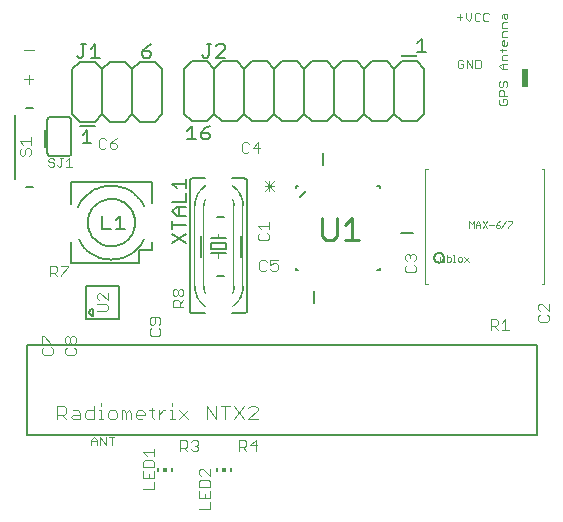
<source format=gto>
G75*
G70*
%OFA0B0*%
%FSLAX24Y24*%
%IPPOS*%
%LPD*%
%AMOC8*
5,1,8,0,0,1.08239X$1,22.5*
%
%ADD10R,0.0579X0.0065*%
%ADD11C,0.0040*%
%ADD12C,0.0060*%
%ADD13C,0.0020*%
%ADD14C,0.0030*%
%ADD15C,0.0090*%
%ADD16C,0.0001*%
%ADD17C,0.0080*%
%ADD18C,0.0050*%
%ADD19R,0.0059X0.0118*%
%ADD20R,0.0118X0.0118*%
%ADD21C,0.0039*%
%ADD22R,0.0236X0.0591*%
D10*
X013870Y015403D03*
D11*
X015488Y015238D02*
X015488Y015052D01*
X015534Y015005D01*
X015628Y015005D01*
X015674Y015052D01*
X015674Y015145D01*
X015581Y015145D01*
X015674Y015238D02*
X015628Y015285D01*
X015534Y015285D01*
X015488Y015238D01*
X015782Y015285D02*
X015782Y015005D01*
X015969Y015005D02*
X015969Y015285D01*
X016077Y015285D02*
X016217Y015285D01*
X016264Y015238D01*
X016264Y015052D01*
X016217Y015005D01*
X016077Y015005D01*
X016077Y015285D01*
X015782Y015285D02*
X015969Y015005D01*
X016852Y015069D02*
X016946Y014976D01*
X017133Y014976D01*
X016992Y014976D02*
X016992Y015162D01*
X016946Y015162D02*
X017133Y015162D01*
X017133Y015270D02*
X016946Y015270D01*
X016946Y015410D01*
X016992Y015457D01*
X017133Y015457D01*
X017086Y015612D02*
X016899Y015612D01*
X016946Y015658D02*
X016946Y015565D01*
X017086Y015612D02*
X017133Y015658D01*
X017086Y015761D02*
X016992Y015761D01*
X016946Y015808D01*
X016946Y015901D01*
X016992Y015948D01*
X017039Y015948D01*
X017039Y015761D01*
X017086Y015761D02*
X017133Y015808D01*
X017133Y015901D01*
X017133Y016056D02*
X016946Y016056D01*
X016946Y016196D01*
X016992Y016243D01*
X017133Y016243D01*
X017133Y016351D02*
X016946Y016351D01*
X016946Y016491D01*
X016992Y016537D01*
X017133Y016537D01*
X017086Y016645D02*
X017039Y016692D01*
X017039Y016832D01*
X016992Y016832D02*
X017133Y016832D01*
X017133Y016692D01*
X017086Y016645D01*
X016946Y016692D02*
X016946Y016785D01*
X016992Y016832D01*
X016529Y016813D02*
X016482Y016860D01*
X016389Y016860D01*
X016342Y016813D01*
X016342Y016626D01*
X016389Y016580D01*
X016482Y016580D01*
X016529Y016626D01*
X016234Y016626D02*
X016188Y016580D01*
X016094Y016580D01*
X016047Y016626D01*
X016047Y016813D01*
X016094Y016860D01*
X016188Y016860D01*
X016234Y016813D01*
X015940Y016860D02*
X015940Y016673D01*
X015846Y016580D01*
X015753Y016673D01*
X015753Y016860D01*
X015645Y016720D02*
X015458Y016720D01*
X015552Y016813D02*
X015552Y016626D01*
X016946Y015162D02*
X016852Y015069D01*
X016899Y014573D02*
X016852Y014526D01*
X016852Y014433D01*
X016899Y014386D01*
X016946Y014386D01*
X016992Y014433D01*
X016992Y014526D01*
X017039Y014573D01*
X017086Y014573D01*
X017133Y014526D01*
X017133Y014433D01*
X017086Y014386D01*
X016992Y014278D02*
X017039Y014232D01*
X017039Y014092D01*
X017133Y014092D02*
X016852Y014092D01*
X016852Y014232D01*
X016899Y014278D01*
X016992Y014278D01*
X016992Y013984D02*
X016992Y013890D01*
X016992Y013984D02*
X017086Y013984D01*
X017133Y013937D01*
X017133Y013844D01*
X017086Y013797D01*
X016899Y013797D01*
X016852Y013844D01*
X016852Y013937D01*
X016899Y013984D01*
X014029Y008817D02*
X013968Y008817D01*
X013908Y008757D01*
X013908Y008697D01*
X013908Y008757D02*
X013848Y008817D01*
X013788Y008817D01*
X013728Y008757D01*
X013728Y008637D01*
X013788Y008577D01*
X013788Y008449D02*
X013728Y008389D01*
X013728Y008268D01*
X013788Y008208D01*
X014029Y008208D01*
X014089Y008268D01*
X014089Y008389D01*
X014029Y008449D01*
X014029Y008577D02*
X014089Y008637D01*
X014089Y008757D01*
X014029Y008817D01*
X016587Y006654D02*
X016767Y006654D01*
X016827Y006594D01*
X016827Y006474D01*
X016767Y006414D01*
X016587Y006414D01*
X016707Y006414D02*
X016827Y006294D01*
X016955Y006294D02*
X017195Y006294D01*
X017075Y006294D02*
X017075Y006654D01*
X016955Y006534D01*
X016587Y006654D02*
X016587Y006294D01*
X018167Y006616D02*
X018227Y006556D01*
X018467Y006556D01*
X018527Y006616D01*
X018527Y006736D01*
X018467Y006796D01*
X018527Y006924D02*
X018287Y007165D01*
X018227Y007165D01*
X018167Y007105D01*
X018167Y006984D01*
X018227Y006924D01*
X018227Y006796D02*
X018167Y006736D01*
X018167Y006616D01*
X018527Y006924D02*
X018527Y007165D01*
X009482Y008324D02*
X009422Y008263D01*
X009302Y008263D01*
X009242Y008324D01*
X009242Y008444D02*
X009362Y008504D01*
X009422Y008504D01*
X009482Y008444D01*
X009482Y008324D01*
X009242Y008444D02*
X009242Y008624D01*
X009482Y008624D01*
X009114Y008564D02*
X009054Y008624D01*
X008933Y008624D01*
X008873Y008564D01*
X008873Y008324D01*
X008933Y008263D01*
X009054Y008263D01*
X009114Y008324D01*
X009124Y009275D02*
X008884Y009275D01*
X008823Y009335D01*
X008823Y009455D01*
X008884Y009515D01*
X008944Y009643D02*
X008823Y009763D01*
X009184Y009763D01*
X009184Y009643D02*
X009184Y009883D01*
X009124Y009515D02*
X009184Y009455D01*
X009184Y009335D01*
X009124Y009275D01*
X006343Y007592D02*
X006343Y007472D01*
X006283Y007412D01*
X006222Y007412D01*
X006162Y007472D01*
X006162Y007592D01*
X006222Y007652D01*
X006283Y007652D01*
X006343Y007592D01*
X006162Y007592D02*
X006102Y007652D01*
X006042Y007652D01*
X005982Y007592D01*
X005982Y007472D01*
X006042Y007412D01*
X006102Y007412D01*
X006162Y007472D01*
X006162Y007283D02*
X006042Y007283D01*
X005982Y007223D01*
X005982Y007043D01*
X006343Y007043D01*
X006222Y007043D02*
X006222Y007223D01*
X006162Y007283D01*
X006222Y007163D02*
X006343Y007283D01*
X005576Y006647D02*
X005516Y006707D01*
X005276Y006707D01*
X005216Y006647D01*
X005216Y006527D01*
X005276Y006467D01*
X005336Y006467D01*
X005396Y006527D01*
X005396Y006707D01*
X005576Y006647D02*
X005576Y006527D01*
X005516Y006467D01*
X005516Y006339D02*
X005576Y006278D01*
X005576Y006158D01*
X005516Y006098D01*
X005276Y006098D01*
X005216Y006158D01*
X005216Y006278D01*
X005276Y006339D01*
X003815Y006972D02*
X003815Y007092D01*
X003755Y007152D01*
X003455Y007152D01*
X003515Y007280D02*
X003455Y007340D01*
X003455Y007460D01*
X003515Y007520D01*
X003575Y007520D01*
X003815Y007280D01*
X003815Y007520D01*
X003815Y006972D02*
X003755Y006912D01*
X003455Y006912D01*
X002686Y006070D02*
X002626Y006070D01*
X002566Y006010D01*
X002566Y005890D01*
X002506Y005830D01*
X002446Y005830D01*
X002386Y005890D01*
X002386Y006010D01*
X002446Y006070D01*
X002506Y006070D01*
X002566Y006010D01*
X002566Y005890D02*
X002626Y005830D01*
X002686Y005830D01*
X002746Y005890D01*
X002746Y006010D01*
X002686Y006070D01*
X002686Y005701D02*
X002746Y005641D01*
X002746Y005521D01*
X002686Y005461D01*
X002446Y005461D01*
X002386Y005521D01*
X002386Y005641D01*
X002446Y005701D01*
X001992Y005646D02*
X001992Y005526D01*
X001932Y005466D01*
X001692Y005466D01*
X001632Y005526D01*
X001632Y005646D01*
X001692Y005706D01*
X001632Y005834D02*
X001632Y006074D01*
X001692Y006074D01*
X001932Y005834D01*
X001992Y005834D01*
X001932Y005706D02*
X001992Y005646D01*
X002137Y003765D02*
X002367Y003765D01*
X002444Y003689D01*
X002444Y003535D01*
X002367Y003458D01*
X002137Y003458D01*
X002137Y003305D02*
X002137Y003765D01*
X002291Y003458D02*
X002444Y003305D01*
X002598Y003382D02*
X002674Y003458D01*
X002904Y003458D01*
X002904Y003535D02*
X002828Y003612D01*
X002674Y003612D01*
X002598Y003382D02*
X002674Y003305D01*
X002904Y003305D01*
X002904Y003535D01*
X003058Y003535D02*
X003058Y003382D01*
X003135Y003305D01*
X003365Y003305D01*
X003365Y003765D01*
X003365Y003612D02*
X003135Y003612D01*
X003058Y003535D01*
X003518Y003612D02*
X003595Y003612D01*
X003595Y003305D01*
X003518Y003305D02*
X003672Y003305D01*
X003825Y003382D02*
X003902Y003305D01*
X004055Y003305D01*
X004132Y003382D01*
X004132Y003535D01*
X004055Y003612D01*
X003902Y003612D01*
X003825Y003535D01*
X003825Y003382D01*
X003595Y003765D02*
X003595Y003842D01*
X004286Y003612D02*
X004286Y003305D01*
X004439Y003305D02*
X004439Y003535D01*
X004516Y003612D01*
X004593Y003535D01*
X004593Y003305D01*
X004746Y003382D02*
X004746Y003535D01*
X004823Y003612D01*
X004976Y003612D01*
X005053Y003535D01*
X005053Y003458D01*
X004746Y003458D01*
X004746Y003382D02*
X004823Y003305D01*
X004976Y003305D01*
X005283Y003382D02*
X005360Y003305D01*
X005283Y003382D02*
X005283Y003689D01*
X005206Y003612D02*
X005360Y003612D01*
X005513Y003612D02*
X005513Y003305D01*
X005513Y003458D02*
X005667Y003612D01*
X005744Y003612D01*
X005897Y003612D02*
X005974Y003612D01*
X005974Y003305D01*
X006050Y003305D02*
X005897Y003305D01*
X006204Y003305D02*
X006511Y003612D01*
X006204Y003612D02*
X006511Y003305D01*
X007125Y003305D02*
X007125Y003765D01*
X007432Y003305D01*
X007432Y003765D01*
X007585Y003765D02*
X007892Y003765D01*
X007739Y003765D02*
X007739Y003305D01*
X008045Y003305D02*
X008352Y003765D01*
X008506Y003689D02*
X008583Y003765D01*
X008736Y003765D01*
X008813Y003689D01*
X008813Y003612D01*
X008506Y003305D01*
X008813Y003305D01*
X008352Y003305D02*
X008045Y003765D01*
X008199Y002627D02*
X008379Y002627D01*
X008439Y002567D01*
X008439Y002447D01*
X008379Y002387D01*
X008199Y002387D01*
X008319Y002387D02*
X008439Y002266D01*
X008567Y002447D02*
X008807Y002447D01*
X008747Y002627D02*
X008747Y002266D01*
X008567Y002447D02*
X008747Y002627D01*
X008199Y002627D02*
X008199Y002266D01*
X007228Y001665D02*
X007228Y001425D01*
X006988Y001665D01*
X006928Y001665D01*
X006868Y001605D01*
X006868Y001485D01*
X006928Y001425D01*
X006928Y001297D02*
X006868Y001237D01*
X006868Y001057D01*
X007228Y001057D01*
X007228Y001237D01*
X007168Y001297D01*
X006928Y001297D01*
X006868Y000929D02*
X006868Y000688D01*
X007228Y000688D01*
X007228Y000929D01*
X007048Y000808D02*
X007048Y000688D01*
X007228Y000560D02*
X007228Y000320D01*
X006868Y000320D01*
X005368Y000981D02*
X005368Y001221D01*
X005368Y001349D02*
X005368Y001590D01*
X005368Y001718D02*
X005368Y001898D01*
X005308Y001958D01*
X005068Y001958D01*
X005008Y001898D01*
X005008Y001718D01*
X005368Y001718D01*
X005188Y001470D02*
X005188Y001349D01*
X005008Y001349D02*
X005368Y001349D01*
X005008Y001349D02*
X005008Y001590D01*
X005128Y002086D02*
X005008Y002206D01*
X005368Y002206D01*
X005368Y002086D02*
X005368Y002326D01*
X006237Y002368D02*
X006417Y002368D01*
X006477Y002428D01*
X006477Y002548D01*
X006417Y002608D01*
X006237Y002608D01*
X006237Y002248D01*
X006357Y002368D02*
X006477Y002248D01*
X006605Y002308D02*
X006665Y002248D01*
X006785Y002248D01*
X006845Y002308D01*
X006845Y002368D01*
X006785Y002428D01*
X006725Y002428D01*
X006785Y002428D02*
X006845Y002488D01*
X006845Y002548D01*
X006785Y002608D01*
X006665Y002608D01*
X006605Y002548D01*
X005974Y003765D02*
X005974Y003842D01*
X004439Y003535D02*
X004362Y003612D01*
X004286Y003612D01*
X004042Y002726D02*
X003855Y002726D01*
X003949Y002726D02*
X003949Y002445D01*
X003747Y002445D02*
X003747Y002726D01*
X003561Y002726D02*
X003747Y002445D01*
X003561Y002445D02*
X003561Y002726D01*
X003453Y002632D02*
X003453Y002445D01*
X003453Y002586D02*
X003266Y002586D01*
X003266Y002632D02*
X003266Y002445D01*
X003266Y002632D02*
X003359Y002726D01*
X003453Y002632D01*
X005008Y000981D02*
X005368Y000981D01*
X002265Y008073D02*
X002265Y008133D01*
X002505Y008373D01*
X002505Y008433D01*
X002265Y008433D01*
X002137Y008373D02*
X002137Y008253D01*
X002077Y008193D01*
X001897Y008193D01*
X002017Y008193D02*
X002137Y008073D01*
X001897Y008073D02*
X001897Y008433D01*
X002077Y008433D01*
X002137Y008373D01*
X002182Y011728D02*
X002229Y011728D01*
X002275Y011775D01*
X002275Y012009D01*
X002229Y012009D02*
X002322Y012009D01*
X002430Y011915D02*
X002523Y012009D01*
X002523Y011728D01*
X002430Y011728D02*
X002617Y011728D01*
X002182Y011728D02*
X002135Y011775D01*
X002027Y011775D02*
X001981Y011728D01*
X001887Y011728D01*
X001841Y011775D01*
X001887Y011869D02*
X001981Y011869D01*
X002027Y011822D01*
X002027Y011775D01*
X001887Y011869D02*
X001841Y011915D01*
X001841Y011962D01*
X001887Y012009D01*
X001981Y012009D01*
X002027Y011962D01*
X001252Y012156D02*
X001192Y012096D01*
X001252Y012156D02*
X001252Y012276D01*
X001192Y012336D01*
X001132Y012336D01*
X001072Y012276D01*
X001072Y012156D01*
X001012Y012096D01*
X000952Y012096D01*
X000892Y012156D01*
X000892Y012276D01*
X000952Y012336D01*
X001012Y012465D02*
X000892Y012585D01*
X001252Y012585D01*
X001252Y012465D02*
X001252Y012705D01*
X001183Y014489D02*
X001183Y014796D01*
X001030Y014642D02*
X001337Y014642D01*
X001348Y015611D02*
X001041Y015611D01*
X003587Y012683D02*
X003527Y012623D01*
X003527Y012382D01*
X003587Y012322D01*
X003707Y012322D01*
X003767Y012382D01*
X003895Y012382D02*
X003895Y012502D01*
X004075Y012502D01*
X004135Y012442D01*
X004135Y012382D01*
X004075Y012322D01*
X003955Y012322D01*
X003895Y012382D01*
X003895Y012502D02*
X004015Y012623D01*
X004135Y012683D01*
X003767Y012623D02*
X003707Y012683D01*
X003587Y012683D01*
X008297Y012482D02*
X008297Y012242D01*
X008357Y012182D01*
X008477Y012182D01*
X008537Y012242D01*
X008665Y012362D02*
X008905Y012362D01*
X008845Y012182D02*
X008845Y012543D01*
X008665Y012362D01*
X008537Y012482D02*
X008477Y012543D01*
X008357Y012543D01*
X008297Y012482D01*
D12*
X008127Y013238D02*
X007627Y013238D01*
X007377Y013488D01*
X007377Y014988D01*
X007627Y015238D01*
X008127Y015238D01*
X008377Y014988D01*
X008377Y013488D01*
X008127Y013238D01*
X008377Y013488D02*
X008627Y013238D01*
X009127Y013238D01*
X009377Y013488D01*
X009377Y014988D01*
X009127Y015238D01*
X008627Y015238D01*
X008377Y014988D01*
X009377Y014988D02*
X009627Y015238D01*
X010127Y015238D01*
X010377Y014988D01*
X010377Y013488D01*
X010127Y013238D01*
X009627Y013238D01*
X009377Y013488D01*
X010377Y013488D02*
X010627Y013238D01*
X011127Y013238D01*
X011377Y013488D01*
X011377Y014988D01*
X011127Y015238D01*
X010627Y015238D01*
X010377Y014988D01*
X011377Y014988D02*
X011627Y015238D01*
X012127Y015238D01*
X012377Y014988D01*
X012377Y013488D01*
X012127Y013238D01*
X011627Y013238D01*
X011377Y013488D01*
X012377Y013488D02*
X012627Y013238D01*
X013127Y013238D01*
X013377Y013488D01*
X013377Y014988D01*
X013127Y015238D01*
X012627Y015238D01*
X012377Y014988D01*
X013377Y014988D02*
X013627Y015238D01*
X014127Y015238D01*
X014377Y014988D01*
X014377Y013488D01*
X014127Y013238D01*
X013627Y013238D01*
X013377Y013488D01*
X014135Y015550D02*
X014428Y015550D01*
X014282Y015550D02*
X014282Y015991D01*
X014135Y015844D01*
X011009Y012169D02*
X011009Y011769D01*
X010439Y010929D02*
X010229Y010719D01*
X010079Y011009D02*
X010079Y011079D01*
X010149Y011079D01*
X008461Y011246D02*
X008461Y006946D01*
X008459Y006929D01*
X008455Y006912D01*
X008448Y006896D01*
X008438Y006882D01*
X008425Y006869D01*
X008411Y006859D01*
X008395Y006852D01*
X008378Y006848D01*
X008361Y006846D01*
X007961Y006846D01*
X007061Y006846D02*
X006661Y006846D01*
X006644Y006848D01*
X006627Y006852D01*
X006611Y006859D01*
X006597Y006869D01*
X006584Y006882D01*
X006574Y006896D01*
X006567Y006912D01*
X006563Y006929D01*
X006561Y006946D01*
X006561Y011246D01*
X006563Y011263D01*
X006567Y011280D01*
X006574Y011296D01*
X006584Y011310D01*
X006597Y011323D01*
X006611Y011333D01*
X006627Y011340D01*
X006644Y011344D01*
X006661Y011346D01*
X007061Y011346D01*
X006414Y011315D02*
X006414Y011021D01*
X006414Y011168D02*
X005973Y011168D01*
X006120Y011021D01*
X006414Y010855D02*
X006414Y010561D01*
X005973Y010561D01*
X006120Y010394D02*
X006414Y010394D01*
X006194Y010394D02*
X006194Y010101D01*
X006120Y010101D02*
X005973Y010247D01*
X006120Y010394D01*
X006120Y010101D02*
X006414Y010101D01*
X006414Y009787D02*
X005973Y009787D01*
X005973Y009640D02*
X005973Y009934D01*
X005973Y009473D02*
X006414Y009180D01*
X006414Y009473D02*
X005973Y009180D01*
X007261Y009196D02*
X007261Y008996D01*
X007761Y008996D01*
X007761Y009196D01*
X007261Y009196D01*
X007261Y009346D02*
X007511Y009346D01*
X007761Y009346D01*
X007761Y008846D02*
X007511Y008846D01*
X007261Y008846D01*
X007961Y011346D02*
X008361Y011346D01*
X008378Y011344D01*
X008395Y011340D01*
X008411Y011333D01*
X008425Y011323D01*
X008438Y011310D01*
X008448Y011296D01*
X008455Y011280D01*
X008459Y011263D01*
X008461Y011246D01*
X007149Y012637D02*
X007223Y012711D01*
X007223Y012784D01*
X007149Y012858D01*
X006929Y012858D01*
X006929Y012711D01*
X007002Y012637D01*
X007149Y012637D01*
X006929Y012858D02*
X007076Y013004D01*
X007223Y013078D01*
X007127Y013238D02*
X006627Y013238D01*
X006377Y013488D01*
X006377Y014988D01*
X006627Y015238D01*
X007127Y015238D01*
X007377Y014988D01*
X007377Y013488D02*
X007127Y013238D01*
X006615Y013078D02*
X006615Y012637D01*
X006469Y012637D02*
X006762Y012637D01*
X006469Y012931D02*
X006615Y013078D01*
X005190Y015364D02*
X005043Y015364D01*
X004970Y015437D01*
X004970Y015584D01*
X005190Y015584D01*
X005263Y015511D01*
X005263Y015437D01*
X005190Y015364D01*
X004970Y015584D02*
X005117Y015731D01*
X005263Y015804D01*
X002508Y013391D02*
X001908Y013391D01*
X001891Y013389D01*
X001874Y013385D01*
X001858Y013378D01*
X001844Y013368D01*
X001831Y013355D01*
X001821Y013341D01*
X001814Y013325D01*
X001810Y013308D01*
X001808Y013291D01*
X001808Y012191D01*
X001810Y012174D01*
X001814Y012157D01*
X001821Y012141D01*
X001831Y012127D01*
X001844Y012114D01*
X001858Y012104D01*
X001874Y012097D01*
X001891Y012093D01*
X001908Y012091D01*
X002508Y012091D01*
X002525Y012093D01*
X002542Y012097D01*
X002558Y012104D01*
X002572Y012114D01*
X002585Y012127D01*
X002595Y012141D01*
X002602Y012157D01*
X002606Y012174D01*
X002608Y012191D01*
X002608Y013291D01*
X002606Y013308D01*
X002602Y013325D01*
X002595Y013341D01*
X002585Y013355D01*
X002572Y013368D01*
X002558Y013378D01*
X002542Y013385D01*
X002525Y013389D01*
X002508Y013391D01*
X002983Y012801D02*
X003129Y012948D01*
X003129Y012507D01*
X002983Y012507D02*
X003276Y012507D01*
X003628Y010097D02*
X003628Y009656D01*
X003921Y009656D01*
X004088Y009656D02*
X004382Y009656D01*
X004235Y009656D02*
X004235Y010097D01*
X004088Y009950D01*
X010079Y008349D02*
X010079Y008279D01*
X010149Y008279D01*
X010679Y007589D02*
X010679Y007189D01*
X012809Y008279D02*
X012879Y008279D01*
X012879Y008349D01*
X013579Y009529D02*
X013979Y009529D01*
X012879Y011009D02*
X012879Y011079D01*
X012809Y011079D01*
D13*
X015114Y008786D02*
X015114Y008566D01*
X015224Y008566D01*
X015261Y008603D01*
X015261Y008676D01*
X015224Y008713D01*
X015114Y008713D01*
X015040Y008713D02*
X015040Y008566D01*
X014930Y008566D01*
X014893Y008603D01*
X014893Y008713D01*
X015335Y008786D02*
X015372Y008786D01*
X015372Y008566D01*
X015335Y008566D02*
X015409Y008566D01*
X015482Y008603D02*
X015519Y008566D01*
X015593Y008566D01*
X015629Y008603D01*
X015629Y008676D01*
X015593Y008713D01*
X015519Y008713D01*
X015482Y008676D01*
X015482Y008603D01*
X015703Y008566D02*
X015850Y008713D01*
X015703Y008713D02*
X015850Y008566D01*
X015877Y009688D02*
X015877Y009908D01*
X015951Y009835D01*
X016024Y009908D01*
X016024Y009688D01*
X016098Y009688D02*
X016098Y009835D01*
X016172Y009908D01*
X016245Y009835D01*
X016245Y009688D01*
X016319Y009688D02*
X016466Y009908D01*
X016540Y009798D02*
X016687Y009798D01*
X016761Y009798D02*
X016871Y009798D01*
X016908Y009762D01*
X016908Y009725D01*
X016871Y009688D01*
X016798Y009688D01*
X016761Y009725D01*
X016761Y009798D01*
X016835Y009872D01*
X016908Y009908D01*
X017090Y009903D02*
X016943Y009682D01*
X017164Y009682D02*
X017164Y009719D01*
X017311Y009866D01*
X017311Y009903D01*
X017164Y009903D01*
X016466Y009688D02*
X016319Y009908D01*
X016245Y009798D02*
X016098Y009798D01*
X008311Y010446D02*
X008311Y007746D01*
X008011Y007746D02*
X008011Y010446D01*
X007011Y010446D02*
X007011Y007746D01*
X006711Y007746D02*
X006711Y010446D01*
X007511Y009496D02*
X007511Y009346D01*
X007511Y008846D02*
X007511Y008696D01*
D14*
X009054Y010932D02*
X009368Y011246D01*
X009211Y011246D02*
X009211Y010932D01*
X009368Y010932D02*
X009054Y011246D01*
X009054Y011089D02*
X009368Y011089D01*
D15*
X010968Y010027D02*
X010968Y009418D01*
X011089Y009297D01*
X011333Y009297D01*
X011455Y009418D01*
X011455Y010027D01*
X011723Y009784D02*
X011966Y010027D01*
X011966Y009297D01*
X011723Y009297D02*
X012210Y009297D01*
D16*
X008320Y010446D02*
X008301Y010446D01*
X008302Y010447D02*
X008300Y010501D01*
X008294Y010556D01*
X008285Y010610D01*
X008272Y010663D01*
X008255Y010716D01*
X008234Y010767D01*
X008210Y010816D01*
X008183Y010864D01*
X008152Y010909D01*
X008118Y010953D01*
X008082Y010994D01*
X008043Y011032D01*
X008001Y011067D01*
X007956Y011100D01*
X007966Y011115D01*
X007967Y011115D01*
X008012Y011082D01*
X008055Y011046D01*
X008096Y011007D01*
X008133Y010965D01*
X008168Y010920D01*
X008199Y010874D01*
X008227Y010825D01*
X008251Y010774D01*
X008272Y010722D01*
X008290Y010669D01*
X008303Y010614D01*
X008313Y010559D01*
X008319Y010503D01*
X008321Y010447D01*
X008320Y010447D01*
X008318Y010503D01*
X008312Y010559D01*
X008302Y010614D01*
X008289Y010668D01*
X008272Y010722D01*
X008251Y010774D01*
X008226Y010824D01*
X008198Y010873D01*
X008167Y010920D01*
X008132Y010964D01*
X008095Y011006D01*
X008055Y011045D01*
X008012Y011081D01*
X007966Y011115D01*
X007966Y011114D01*
X008011Y011081D01*
X008054Y011044D01*
X008094Y011005D01*
X008132Y010963D01*
X008166Y010919D01*
X008197Y010873D01*
X008225Y010824D01*
X008250Y010773D01*
X008271Y010721D01*
X008288Y010668D01*
X008301Y010614D01*
X008311Y010558D01*
X008317Y010503D01*
X008319Y010447D01*
X008318Y010447D01*
X008316Y010503D01*
X008310Y010558D01*
X008300Y010613D01*
X008287Y010668D01*
X008270Y010721D01*
X008249Y010773D01*
X008224Y010823D01*
X008196Y010872D01*
X008165Y010919D01*
X008131Y010963D01*
X008093Y011005D01*
X008053Y011044D01*
X008010Y011080D01*
X007965Y011113D01*
X007965Y011112D01*
X008010Y011079D01*
X008053Y011043D01*
X008093Y011004D01*
X008130Y010962D01*
X008164Y010918D01*
X008196Y010872D01*
X008223Y010823D01*
X008248Y010773D01*
X008269Y010721D01*
X008286Y010668D01*
X008299Y010613D01*
X008309Y010558D01*
X008315Y010502D01*
X008317Y010447D01*
X008316Y010447D01*
X008314Y010502D01*
X008308Y010558D01*
X008298Y010613D01*
X008285Y010667D01*
X008268Y010720D01*
X008247Y010772D01*
X008223Y010823D01*
X008195Y010871D01*
X008164Y010917D01*
X008129Y010962D01*
X008092Y011003D01*
X008052Y011042D01*
X008009Y011078D01*
X007964Y011111D01*
X007964Y011110D01*
X008009Y011077D01*
X008051Y011041D01*
X008091Y011003D01*
X008128Y010961D01*
X008163Y010917D01*
X008194Y010870D01*
X008222Y010822D01*
X008246Y010772D01*
X008267Y010720D01*
X008284Y010667D01*
X008298Y010613D01*
X008307Y010558D01*
X008313Y010502D01*
X008315Y010447D01*
X008314Y010447D01*
X008312Y010502D01*
X008306Y010558D01*
X008297Y010613D01*
X008283Y010667D01*
X008266Y010720D01*
X008245Y010771D01*
X008221Y010822D01*
X008193Y010870D01*
X008162Y010916D01*
X008128Y010960D01*
X008091Y011002D01*
X008051Y011041D01*
X008008Y011077D01*
X007963Y011110D01*
X007962Y011109D01*
X008007Y011076D01*
X008050Y011040D01*
X008090Y011001D01*
X008127Y010960D01*
X008161Y010916D01*
X008192Y010869D01*
X008220Y010821D01*
X008244Y010771D01*
X008265Y010719D01*
X008282Y010666D01*
X008296Y010612D01*
X008305Y010558D01*
X008311Y010502D01*
X008313Y010447D01*
X008312Y010447D01*
X008310Y010502D01*
X008304Y010557D01*
X008295Y010612D01*
X008281Y010666D01*
X008264Y010719D01*
X008243Y010771D01*
X008219Y010821D01*
X008191Y010869D01*
X008160Y010915D01*
X008126Y010959D01*
X008089Y011000D01*
X008049Y011039D01*
X008007Y011075D01*
X007962Y011108D01*
X007961Y011107D01*
X008006Y011074D01*
X008049Y011038D01*
X008088Y011000D01*
X008125Y010958D01*
X008159Y010914D01*
X008190Y010868D01*
X008218Y010820D01*
X008242Y010770D01*
X008263Y010719D01*
X008280Y010666D01*
X008294Y010612D01*
X008303Y010557D01*
X008309Y010502D01*
X008311Y010447D01*
X008310Y010447D01*
X008308Y010502D01*
X008302Y010557D01*
X008293Y010612D01*
X008279Y010666D01*
X008262Y010718D01*
X008241Y010770D01*
X008217Y010820D01*
X008190Y010868D01*
X008159Y010914D01*
X008125Y010958D01*
X008088Y010999D01*
X008048Y011038D01*
X008006Y011074D01*
X007961Y011106D01*
X007960Y011106D01*
X008005Y011073D01*
X008047Y011037D01*
X008087Y010998D01*
X008124Y010957D01*
X008158Y010913D01*
X008189Y010867D01*
X008216Y010819D01*
X008241Y010769D01*
X008261Y010718D01*
X008278Y010665D01*
X008292Y010612D01*
X008301Y010557D01*
X008307Y010502D01*
X008309Y010447D01*
X008308Y010447D01*
X008306Y010502D01*
X008300Y010557D01*
X008291Y010611D01*
X008277Y010665D01*
X008260Y010718D01*
X008240Y010769D01*
X008215Y010819D01*
X008188Y010867D01*
X008157Y010913D01*
X008123Y010956D01*
X008086Y010998D01*
X008047Y011036D01*
X008004Y011072D01*
X007960Y011105D01*
X007959Y011104D01*
X008004Y011071D01*
X008046Y011036D01*
X008085Y010997D01*
X008122Y010956D01*
X008156Y010912D01*
X008187Y010866D01*
X008215Y010818D01*
X008239Y010769D01*
X008259Y010717D01*
X008276Y010665D01*
X008290Y010611D01*
X008299Y010557D01*
X008305Y010502D01*
X008307Y010447D01*
X008306Y010447D01*
X008304Y010502D01*
X008298Y010557D01*
X008289Y010611D01*
X008275Y010665D01*
X008258Y010717D01*
X008238Y010768D01*
X008214Y010818D01*
X008186Y010866D01*
X008155Y010912D01*
X008122Y010955D01*
X008085Y010996D01*
X008045Y011035D01*
X008003Y011070D01*
X007959Y011103D01*
X007958Y011102D01*
X008002Y011070D01*
X008045Y011034D01*
X008084Y010996D01*
X008121Y010955D01*
X008155Y010911D01*
X008185Y010865D01*
X008213Y010817D01*
X008237Y010768D01*
X008257Y010717D01*
X008274Y010664D01*
X008288Y010611D01*
X008297Y010556D01*
X008303Y010502D01*
X008305Y010447D01*
X008304Y010447D01*
X008302Y010502D01*
X008296Y010556D01*
X008287Y010611D01*
X008273Y010664D01*
X008256Y010716D01*
X008236Y010767D01*
X008212Y010817D01*
X008184Y010865D01*
X008154Y010910D01*
X008120Y010954D01*
X008083Y010995D01*
X008044Y011033D01*
X008002Y011069D01*
X007957Y011101D01*
X008001Y011068D01*
X008043Y011033D01*
X008083Y010994D01*
X008119Y010953D01*
X008153Y010910D01*
X008184Y010864D01*
X008211Y010816D01*
X008235Y010767D01*
X008256Y010716D01*
X008272Y010664D01*
X008286Y010610D01*
X008295Y010556D01*
X008301Y010501D01*
X008303Y010447D01*
X008020Y010446D02*
X008001Y010446D01*
X008002Y010446D02*
X008001Y010483D01*
X007996Y010520D01*
X007990Y010556D01*
X007980Y010591D01*
X007968Y010626D01*
X007953Y010660D01*
X007970Y010667D01*
X007970Y010668D01*
X007986Y010633D01*
X007998Y010597D01*
X008008Y010560D01*
X008015Y010523D01*
X008020Y010485D01*
X008021Y010446D01*
X008020Y010446D01*
X008019Y010485D01*
X008014Y010522D01*
X008007Y010560D01*
X007997Y010597D01*
X007985Y010633D01*
X007969Y010667D01*
X007968Y010667D01*
X007984Y010632D01*
X007996Y010596D01*
X008006Y010560D01*
X008013Y010522D01*
X008018Y010484D01*
X008019Y010446D01*
X008018Y010446D01*
X008017Y010484D01*
X008012Y010522D01*
X008005Y010559D01*
X007995Y010596D01*
X007983Y010632D01*
X007968Y010667D01*
X007967Y010666D01*
X007982Y010631D01*
X007994Y010596D01*
X008004Y010559D01*
X008011Y010522D01*
X008016Y010484D01*
X008017Y010446D01*
X008016Y010446D01*
X008015Y010484D01*
X008010Y010522D01*
X008003Y010559D01*
X007993Y010595D01*
X007981Y010631D01*
X007966Y010666D01*
X007965Y010665D01*
X007980Y010631D01*
X007992Y010595D01*
X008002Y010559D01*
X008009Y010522D01*
X008014Y010484D01*
X008015Y010446D01*
X008014Y010446D01*
X008013Y010484D01*
X008008Y010521D01*
X008001Y010558D01*
X007991Y010595D01*
X007979Y010630D01*
X007964Y010665D01*
X007963Y010664D01*
X007978Y010630D01*
X007991Y010595D01*
X008000Y010558D01*
X008007Y010521D01*
X008012Y010484D01*
X008013Y010446D01*
X008012Y010446D01*
X008011Y010484D01*
X008006Y010521D01*
X007999Y010558D01*
X007990Y010594D01*
X007977Y010630D01*
X007962Y010664D01*
X007961Y010663D01*
X007976Y010629D01*
X007989Y010594D01*
X007998Y010558D01*
X008005Y010521D01*
X008010Y010484D01*
X008011Y010446D01*
X008010Y010446D01*
X008009Y010484D01*
X008004Y010521D01*
X007997Y010558D01*
X007988Y010594D01*
X007975Y010629D01*
X007960Y010663D01*
X007959Y010663D01*
X007974Y010628D01*
X007987Y010593D01*
X007996Y010557D01*
X008003Y010521D01*
X008008Y010484D01*
X008009Y010446D01*
X008008Y010446D01*
X008007Y010484D01*
X008002Y010521D01*
X007995Y010557D01*
X007986Y010593D01*
X007973Y010628D01*
X007959Y010662D01*
X007958Y010662D01*
X007972Y010628D01*
X007985Y010593D01*
X007994Y010557D01*
X008001Y010520D01*
X008006Y010484D01*
X008007Y010446D01*
X008006Y010446D01*
X008005Y010484D01*
X008000Y010520D01*
X007993Y010557D01*
X007984Y010592D01*
X007972Y010627D01*
X007957Y010661D01*
X007956Y010661D01*
X007971Y010627D01*
X007983Y010592D01*
X007992Y010556D01*
X007999Y010520D01*
X008004Y010483D01*
X008005Y010446D01*
X008004Y010446D01*
X008003Y010483D01*
X007998Y010520D01*
X007992Y010556D01*
X007982Y010592D01*
X007970Y010627D01*
X007955Y010660D01*
X007954Y010660D01*
X007969Y010626D01*
X007981Y010592D01*
X007991Y010556D01*
X007997Y010520D01*
X008002Y010483D01*
X008003Y010446D01*
X007052Y010667D02*
X007069Y010659D01*
X007069Y010660D02*
X007054Y010626D01*
X007042Y010591D01*
X007032Y010556D01*
X007026Y010520D01*
X007021Y010483D01*
X007020Y010446D01*
X007002Y010446D01*
X007001Y010446D01*
X007002Y010485D01*
X007007Y010523D01*
X007014Y010560D01*
X007024Y010597D01*
X007036Y010633D01*
X007052Y010668D01*
X007053Y010667D01*
X007037Y010633D01*
X007025Y010597D01*
X007015Y010560D01*
X007008Y010522D01*
X007003Y010485D01*
X007002Y010446D01*
X007003Y010446D01*
X007004Y010484D01*
X007009Y010522D01*
X007016Y010560D01*
X007026Y010596D01*
X007038Y010632D01*
X007054Y010667D01*
X007039Y010632D01*
X007027Y010596D01*
X007017Y010559D01*
X007010Y010522D01*
X007005Y010484D01*
X007004Y010446D01*
X007005Y010446D01*
X007006Y010484D01*
X007011Y010522D01*
X007018Y010559D01*
X007028Y010596D01*
X007040Y010631D01*
X007055Y010666D01*
X007056Y010666D01*
X007041Y010631D01*
X007029Y010595D01*
X007019Y010559D01*
X007012Y010522D01*
X007007Y010484D01*
X007006Y010446D01*
X007007Y010446D01*
X007008Y010484D01*
X007013Y010522D01*
X007020Y010559D01*
X007030Y010595D01*
X007042Y010631D01*
X007057Y010665D01*
X007058Y010665D01*
X007043Y010630D01*
X007031Y010595D01*
X007021Y010558D01*
X007014Y010521D01*
X007009Y010484D01*
X007008Y010446D01*
X007009Y010446D01*
X007010Y010484D01*
X007015Y010521D01*
X007022Y010558D01*
X007031Y010595D01*
X007044Y010630D01*
X007059Y010664D01*
X007060Y010664D01*
X007045Y010630D01*
X007032Y010594D01*
X007023Y010558D01*
X007016Y010521D01*
X007011Y010484D01*
X007010Y010446D01*
X007011Y010446D01*
X007012Y010484D01*
X007017Y010521D01*
X007024Y010558D01*
X007033Y010594D01*
X007046Y010629D01*
X007061Y010663D01*
X007062Y010663D01*
X007047Y010629D01*
X007034Y010594D01*
X007025Y010558D01*
X007018Y010521D01*
X007013Y010484D01*
X007012Y010446D01*
X007013Y010446D01*
X007014Y010484D01*
X007019Y010521D01*
X007026Y010557D01*
X007035Y010593D01*
X007048Y010628D01*
X007063Y010663D01*
X007063Y010662D01*
X007049Y010628D01*
X007036Y010593D01*
X007027Y010557D01*
X007020Y010521D01*
X007015Y010484D01*
X007014Y010446D01*
X007015Y010446D01*
X007016Y010484D01*
X007021Y010520D01*
X007028Y010557D01*
X007037Y010593D01*
X007050Y010628D01*
X007064Y010662D01*
X007065Y010661D01*
X007050Y010627D01*
X007038Y010592D01*
X007029Y010557D01*
X007022Y010520D01*
X007017Y010484D01*
X007016Y010446D01*
X007017Y010446D01*
X007018Y010483D01*
X007023Y010520D01*
X007030Y010556D01*
X007039Y010592D01*
X007051Y010627D01*
X007066Y010661D01*
X007067Y010660D01*
X007052Y010627D01*
X007040Y010592D01*
X007030Y010556D01*
X007024Y010520D01*
X007019Y010483D01*
X007018Y010446D01*
X007019Y010446D01*
X007020Y010483D01*
X007025Y010520D01*
X007031Y010556D01*
X007041Y010592D01*
X007053Y010626D01*
X007068Y010660D01*
X007055Y011115D02*
X007066Y011099D01*
X007066Y011100D02*
X007021Y011067D01*
X006979Y011032D01*
X006940Y010993D01*
X006903Y010953D01*
X006870Y010909D01*
X006839Y010864D01*
X006812Y010816D01*
X006788Y010767D01*
X006767Y010716D01*
X006750Y010663D01*
X006737Y010610D01*
X006728Y010556D01*
X006722Y010501D01*
X006720Y010446D01*
X006702Y010446D01*
X006701Y010446D01*
X006703Y010503D01*
X006709Y010559D01*
X006719Y010614D01*
X006732Y010669D01*
X006749Y010722D01*
X006770Y010774D01*
X006795Y010825D01*
X006823Y010874D01*
X006854Y010920D01*
X006889Y010965D01*
X006926Y011007D01*
X006967Y011046D01*
X007010Y011082D01*
X007055Y011115D01*
X007056Y011115D01*
X007010Y011081D01*
X006967Y011045D01*
X006927Y011006D01*
X006890Y010964D01*
X006855Y010920D01*
X006824Y010873D01*
X006796Y010824D01*
X006771Y010774D01*
X006750Y010722D01*
X006733Y010668D01*
X006720Y010614D01*
X006710Y010558D01*
X006704Y010503D01*
X006702Y010446D01*
X006703Y010446D01*
X006705Y010503D01*
X006711Y010558D01*
X006721Y010614D01*
X006734Y010668D01*
X006751Y010721D01*
X006772Y010773D01*
X006797Y010824D01*
X006825Y010873D01*
X006856Y010919D01*
X006890Y010963D01*
X006928Y011005D01*
X006968Y011044D01*
X007011Y011081D01*
X007056Y011114D01*
X007057Y011113D01*
X007011Y011080D01*
X006969Y011044D01*
X006929Y011005D01*
X006891Y010963D01*
X006857Y010919D01*
X006826Y010872D01*
X006798Y010823D01*
X006773Y010773D01*
X006752Y010721D01*
X006735Y010668D01*
X006722Y010613D01*
X006712Y010558D01*
X006706Y010502D01*
X006704Y010446D01*
X006705Y010446D01*
X006707Y010502D01*
X006713Y010558D01*
X006723Y010613D01*
X006736Y010667D01*
X006753Y010721D01*
X006774Y010773D01*
X006799Y010823D01*
X006826Y010871D01*
X006858Y010918D01*
X006892Y010962D01*
X006929Y011004D01*
X006969Y011043D01*
X007012Y011079D01*
X007057Y011112D01*
X007058Y011111D01*
X007013Y011078D01*
X006970Y011042D01*
X006930Y011003D01*
X006893Y010962D01*
X006858Y010917D01*
X006827Y010871D01*
X006799Y010822D01*
X006775Y010772D01*
X006754Y010720D01*
X006737Y010667D01*
X006724Y010613D01*
X006714Y010558D01*
X006708Y010502D01*
X006706Y010446D01*
X006707Y010446D01*
X006709Y010502D01*
X006715Y010558D01*
X006724Y010613D01*
X006738Y010667D01*
X006755Y010720D01*
X006776Y010772D01*
X006800Y010822D01*
X006828Y010870D01*
X006859Y010917D01*
X006893Y010961D01*
X006931Y011002D01*
X006971Y011041D01*
X007013Y011077D01*
X007058Y011110D01*
X007059Y011110D01*
X007014Y011077D01*
X006971Y011041D01*
X006931Y011002D01*
X006894Y010960D01*
X006860Y010916D01*
X006829Y010870D01*
X006801Y010822D01*
X006777Y010771D01*
X006756Y010720D01*
X006739Y010667D01*
X006725Y010613D01*
X006716Y010558D01*
X006710Y010502D01*
X006708Y010446D01*
X006709Y010446D01*
X006711Y010502D01*
X006717Y010558D01*
X006726Y010612D01*
X006740Y010666D01*
X006757Y010719D01*
X006778Y010771D01*
X006802Y010821D01*
X006830Y010869D01*
X006861Y010916D01*
X006895Y010960D01*
X006932Y011001D01*
X006972Y011040D01*
X007015Y011076D01*
X007059Y011109D01*
X007060Y011108D01*
X007015Y011075D01*
X006973Y011039D01*
X006933Y011000D01*
X006896Y010959D01*
X006862Y010915D01*
X006831Y010869D01*
X006803Y010821D01*
X006779Y010771D01*
X006758Y010719D01*
X006741Y010666D01*
X006727Y010612D01*
X006718Y010557D01*
X006712Y010502D01*
X006710Y010446D01*
X006711Y010446D01*
X006713Y010502D01*
X006719Y010557D01*
X006728Y010612D01*
X006742Y010666D01*
X006759Y010719D01*
X006780Y010770D01*
X006804Y010820D01*
X006832Y010868D01*
X006862Y010914D01*
X006897Y010958D01*
X006934Y011000D01*
X006973Y011038D01*
X007016Y011074D01*
X007061Y011107D01*
X007061Y011106D01*
X007016Y011074D01*
X006974Y011038D01*
X006934Y010999D01*
X006897Y010958D01*
X006863Y010914D01*
X006832Y010868D01*
X006805Y010820D01*
X006781Y010770D01*
X006760Y010718D01*
X006743Y010666D01*
X006729Y010612D01*
X006720Y010557D01*
X006714Y010502D01*
X006712Y010446D01*
X006713Y010446D01*
X006715Y010502D01*
X006721Y010557D01*
X006730Y010612D01*
X006744Y010665D01*
X006761Y010718D01*
X006781Y010769D01*
X006806Y010819D01*
X006833Y010867D01*
X006864Y010913D01*
X006898Y010957D01*
X006935Y010998D01*
X006975Y011037D01*
X007017Y011073D01*
X007062Y011106D01*
X007062Y011105D01*
X007018Y011072D01*
X006975Y011036D01*
X006936Y010998D01*
X006899Y010956D01*
X006865Y010913D01*
X006834Y010867D01*
X006807Y010819D01*
X006782Y010769D01*
X006762Y010718D01*
X006745Y010665D01*
X006731Y010611D01*
X006722Y010557D01*
X006716Y010502D01*
X006714Y010446D01*
X006715Y010446D01*
X006717Y010502D01*
X006723Y010557D01*
X006732Y010611D01*
X006746Y010665D01*
X006763Y010717D01*
X006783Y010769D01*
X006807Y010818D01*
X006835Y010866D01*
X006866Y010912D01*
X006900Y010956D01*
X006936Y010997D01*
X006976Y011035D01*
X007018Y011071D01*
X007063Y011104D01*
X007063Y011103D01*
X007019Y011070D01*
X006977Y011035D01*
X006937Y010996D01*
X006900Y010955D01*
X006867Y010912D01*
X006836Y010866D01*
X006808Y010818D01*
X006784Y010768D01*
X006764Y010717D01*
X006747Y010664D01*
X006733Y010611D01*
X006724Y010557D01*
X006718Y010502D01*
X006716Y010446D01*
X006717Y010446D01*
X006719Y010502D01*
X006725Y010556D01*
X006734Y010611D01*
X006748Y010664D01*
X006765Y010717D01*
X006785Y010768D01*
X006809Y010817D01*
X006837Y010865D01*
X006867Y010911D01*
X006901Y010954D01*
X006938Y010996D01*
X006977Y011034D01*
X007020Y011070D01*
X007064Y011102D01*
X007065Y011101D01*
X007020Y011069D01*
X006978Y011033D01*
X006939Y010995D01*
X006902Y010954D01*
X006868Y010910D01*
X006837Y010865D01*
X006810Y010817D01*
X006786Y010767D01*
X006765Y010716D01*
X006749Y010664D01*
X006735Y010610D01*
X006726Y010556D01*
X006720Y010502D01*
X006718Y010446D01*
X006719Y010446D01*
X006721Y010501D01*
X006727Y010556D01*
X006736Y010610D01*
X006749Y010664D01*
X006766Y010716D01*
X006787Y010767D01*
X006811Y010816D01*
X006838Y010864D01*
X006869Y010910D01*
X006903Y010953D01*
X006939Y010994D01*
X006979Y011033D01*
X007021Y011068D01*
X007065Y011101D01*
X006702Y007746D02*
X006721Y007746D01*
X006720Y007745D02*
X006722Y007691D01*
X006728Y007636D01*
X006737Y007582D01*
X006750Y007529D01*
X006767Y007476D01*
X006788Y007425D01*
X006812Y007376D01*
X006839Y007328D01*
X006870Y007283D01*
X006903Y007239D01*
X006940Y007199D01*
X006979Y007160D01*
X007021Y007125D01*
X007066Y007092D01*
X007055Y007077D01*
X007010Y007110D01*
X006967Y007146D01*
X006926Y007185D01*
X006889Y007227D01*
X006854Y007272D01*
X006823Y007318D01*
X006795Y007367D01*
X006771Y007418D01*
X006750Y007470D01*
X006732Y007523D01*
X006719Y007578D01*
X006709Y007633D01*
X006703Y007689D01*
X006701Y007745D01*
X006702Y007745D01*
X006704Y007689D01*
X006710Y007633D01*
X006720Y007578D01*
X006733Y007524D01*
X006750Y007470D01*
X006771Y007418D01*
X006796Y007368D01*
X006824Y007319D01*
X006855Y007272D01*
X006890Y007228D01*
X006927Y007186D01*
X006967Y007147D01*
X007010Y007111D01*
X007056Y007077D01*
X007056Y007078D01*
X007011Y007111D01*
X006968Y007148D01*
X006928Y007187D01*
X006890Y007229D01*
X006856Y007273D01*
X006825Y007319D01*
X006797Y007368D01*
X006772Y007419D01*
X006751Y007471D01*
X006734Y007524D01*
X006721Y007578D01*
X006711Y007634D01*
X006705Y007689D01*
X006703Y007745D01*
X006704Y007745D01*
X006706Y007689D01*
X006712Y007634D01*
X006722Y007579D01*
X006735Y007524D01*
X006752Y007471D01*
X006773Y007419D01*
X006798Y007369D01*
X006826Y007320D01*
X006857Y007273D01*
X006891Y007229D01*
X006929Y007187D01*
X006969Y007148D01*
X007011Y007112D01*
X007057Y007079D01*
X007057Y007080D01*
X007012Y007113D01*
X006969Y007149D01*
X006929Y007188D01*
X006892Y007230D01*
X006858Y007274D01*
X006826Y007320D01*
X006799Y007369D01*
X006774Y007419D01*
X006753Y007471D01*
X006736Y007524D01*
X006723Y007579D01*
X006713Y007634D01*
X006707Y007690D01*
X006705Y007745D01*
X006706Y007745D01*
X006708Y007690D01*
X006714Y007634D01*
X006724Y007579D01*
X006737Y007525D01*
X006754Y007472D01*
X006775Y007420D01*
X006799Y007369D01*
X006827Y007321D01*
X006858Y007275D01*
X006893Y007230D01*
X006930Y007189D01*
X006970Y007150D01*
X007013Y007114D01*
X007058Y007081D01*
X007058Y007082D01*
X007013Y007115D01*
X006971Y007151D01*
X006931Y007189D01*
X006894Y007231D01*
X006859Y007275D01*
X006828Y007322D01*
X006800Y007370D01*
X006776Y007420D01*
X006755Y007472D01*
X006738Y007525D01*
X006724Y007579D01*
X006715Y007634D01*
X006709Y007690D01*
X006707Y007745D01*
X006708Y007745D01*
X006710Y007690D01*
X006716Y007634D01*
X006725Y007579D01*
X006739Y007525D01*
X006756Y007472D01*
X006777Y007421D01*
X006801Y007370D01*
X006829Y007322D01*
X006860Y007276D01*
X006894Y007232D01*
X006931Y007190D01*
X006971Y007151D01*
X007014Y007115D01*
X007059Y007082D01*
X007059Y007083D01*
X007015Y007116D01*
X006972Y007152D01*
X006932Y007191D01*
X006895Y007232D01*
X006861Y007276D01*
X006830Y007323D01*
X006802Y007371D01*
X006778Y007421D01*
X006757Y007473D01*
X006740Y007526D01*
X006726Y007580D01*
X006717Y007634D01*
X006711Y007690D01*
X006709Y007745D01*
X006710Y007745D01*
X006712Y007690D01*
X006718Y007635D01*
X006727Y007580D01*
X006741Y007526D01*
X006758Y007473D01*
X006779Y007421D01*
X006803Y007371D01*
X006831Y007323D01*
X006862Y007277D01*
X006896Y007233D01*
X006933Y007192D01*
X006973Y007153D01*
X007015Y007117D01*
X007060Y007084D01*
X007061Y007085D01*
X007016Y007118D01*
X006973Y007154D01*
X006934Y007192D01*
X006897Y007234D01*
X006863Y007278D01*
X006832Y007324D01*
X006804Y007372D01*
X006780Y007422D01*
X006759Y007473D01*
X006742Y007526D01*
X006728Y007580D01*
X006719Y007635D01*
X006713Y007690D01*
X006711Y007745D01*
X006712Y007745D01*
X006714Y007690D01*
X006720Y007635D01*
X006729Y007580D01*
X006743Y007526D01*
X006760Y007474D01*
X006781Y007422D01*
X006805Y007372D01*
X006832Y007324D01*
X006863Y007278D01*
X006897Y007234D01*
X006934Y007193D01*
X006974Y007154D01*
X007016Y007118D01*
X007061Y007086D01*
X007062Y007086D01*
X007017Y007119D01*
X006975Y007155D01*
X006935Y007194D01*
X006898Y007235D01*
X006864Y007279D01*
X006833Y007325D01*
X006806Y007373D01*
X006781Y007423D01*
X006761Y007474D01*
X006744Y007527D01*
X006730Y007580D01*
X006721Y007635D01*
X006715Y007690D01*
X006713Y007745D01*
X006714Y007745D01*
X006716Y007690D01*
X006722Y007635D01*
X006731Y007581D01*
X006745Y007527D01*
X006762Y007474D01*
X006782Y007423D01*
X006807Y007373D01*
X006834Y007325D01*
X006865Y007279D01*
X006899Y007236D01*
X006936Y007194D01*
X006975Y007156D01*
X007018Y007120D01*
X007062Y007087D01*
X007063Y007088D01*
X007018Y007121D01*
X006976Y007157D01*
X006936Y007195D01*
X006900Y007236D01*
X006866Y007280D01*
X006835Y007326D01*
X006807Y007374D01*
X006783Y007423D01*
X006763Y007475D01*
X006746Y007527D01*
X006732Y007581D01*
X006723Y007635D01*
X006717Y007690D01*
X006715Y007745D01*
X006716Y007745D01*
X006718Y007690D01*
X006724Y007635D01*
X006733Y007581D01*
X006747Y007528D01*
X006764Y007475D01*
X006784Y007424D01*
X006808Y007374D01*
X006836Y007326D01*
X006867Y007280D01*
X006900Y007237D01*
X006937Y007196D01*
X006977Y007157D01*
X007019Y007122D01*
X007063Y007089D01*
X007064Y007090D01*
X007020Y007122D01*
X006977Y007158D01*
X006938Y007196D01*
X006901Y007238D01*
X006867Y007281D01*
X006837Y007327D01*
X006809Y007375D01*
X006785Y007424D01*
X006765Y007475D01*
X006748Y007528D01*
X006734Y007581D01*
X006725Y007636D01*
X006719Y007690D01*
X006717Y007745D01*
X006718Y007745D01*
X006720Y007690D01*
X006726Y007636D01*
X006735Y007581D01*
X006749Y007528D01*
X006765Y007476D01*
X006786Y007425D01*
X006810Y007375D01*
X006838Y007327D01*
X006868Y007282D01*
X006902Y007238D01*
X006939Y007197D01*
X006978Y007159D01*
X007020Y007123D01*
X007065Y007091D01*
X007021Y007124D01*
X006979Y007159D01*
X006939Y007198D01*
X006903Y007239D01*
X006869Y007282D01*
X006838Y007328D01*
X006811Y007376D01*
X006787Y007425D01*
X006766Y007476D01*
X006749Y007528D01*
X006736Y007582D01*
X006727Y007636D01*
X006721Y007691D01*
X006719Y007745D01*
X007002Y007746D02*
X007021Y007746D01*
X007020Y007746D02*
X007021Y007709D01*
X007026Y007672D01*
X007032Y007636D01*
X007042Y007601D01*
X007054Y007566D01*
X007069Y007532D01*
X007052Y007525D01*
X007052Y007524D01*
X007036Y007559D01*
X007024Y007595D01*
X007014Y007632D01*
X007007Y007669D01*
X007002Y007707D01*
X007001Y007746D01*
X007002Y007746D01*
X007003Y007707D01*
X007008Y007670D01*
X007015Y007632D01*
X007025Y007595D01*
X007037Y007559D01*
X007053Y007525D01*
X007054Y007525D01*
X007038Y007560D01*
X007026Y007596D01*
X007016Y007632D01*
X007009Y007670D01*
X007004Y007708D01*
X007003Y007746D01*
X007004Y007746D01*
X007005Y007708D01*
X007010Y007670D01*
X007017Y007633D01*
X007027Y007596D01*
X007039Y007560D01*
X007054Y007525D01*
X007055Y007526D01*
X007040Y007561D01*
X007028Y007596D01*
X007018Y007633D01*
X007011Y007670D01*
X007006Y007708D01*
X007005Y007746D01*
X007006Y007746D01*
X007007Y007708D01*
X007012Y007670D01*
X007019Y007633D01*
X007029Y007597D01*
X007041Y007561D01*
X007056Y007526D01*
X007057Y007527D01*
X007042Y007561D01*
X007030Y007597D01*
X007020Y007633D01*
X007013Y007670D01*
X007008Y007708D01*
X007007Y007746D01*
X007008Y007746D01*
X007009Y007708D01*
X007014Y007671D01*
X007021Y007634D01*
X007031Y007597D01*
X007043Y007562D01*
X007058Y007527D01*
X007059Y007528D01*
X007044Y007562D01*
X007031Y007597D01*
X007022Y007634D01*
X007015Y007671D01*
X007010Y007708D01*
X007009Y007746D01*
X007010Y007746D01*
X007011Y007708D01*
X007016Y007671D01*
X007023Y007634D01*
X007032Y007598D01*
X007045Y007562D01*
X007060Y007528D01*
X007061Y007529D01*
X007046Y007563D01*
X007033Y007598D01*
X007024Y007634D01*
X007017Y007671D01*
X007012Y007708D01*
X007011Y007746D01*
X007012Y007746D01*
X007013Y007708D01*
X007018Y007671D01*
X007025Y007634D01*
X007034Y007598D01*
X007047Y007563D01*
X007062Y007529D01*
X007063Y007529D01*
X007048Y007564D01*
X007035Y007599D01*
X007026Y007635D01*
X007019Y007671D01*
X007014Y007708D01*
X007013Y007746D01*
X007014Y007746D01*
X007015Y007708D01*
X007020Y007671D01*
X007027Y007635D01*
X007036Y007599D01*
X007049Y007564D01*
X007063Y007530D01*
X007064Y007530D01*
X007050Y007564D01*
X007037Y007599D01*
X007028Y007635D01*
X007021Y007672D01*
X007016Y007708D01*
X007015Y007746D01*
X007016Y007746D01*
X007017Y007708D01*
X007022Y007672D01*
X007029Y007635D01*
X007038Y007600D01*
X007050Y007565D01*
X007065Y007531D01*
X007066Y007531D01*
X007051Y007565D01*
X007039Y007600D01*
X007030Y007636D01*
X007023Y007672D01*
X007018Y007709D01*
X007017Y007746D01*
X007018Y007746D01*
X007019Y007709D01*
X007024Y007672D01*
X007030Y007636D01*
X007040Y007600D01*
X007052Y007565D01*
X007067Y007532D01*
X007068Y007532D01*
X007053Y007566D01*
X007041Y007600D01*
X007031Y007636D01*
X007025Y007672D01*
X007020Y007709D01*
X007019Y007746D01*
X007970Y007525D02*
X007953Y007533D01*
X007953Y007532D02*
X007968Y007566D01*
X007980Y007601D01*
X007990Y007636D01*
X007996Y007672D01*
X008001Y007709D01*
X008002Y007746D01*
X008020Y007746D01*
X008021Y007746D01*
X008020Y007707D01*
X008015Y007669D01*
X008008Y007632D01*
X007998Y007595D01*
X007986Y007559D01*
X007970Y007524D01*
X007969Y007525D01*
X007985Y007559D01*
X007997Y007595D01*
X008007Y007632D01*
X008014Y007670D01*
X008019Y007707D01*
X008020Y007746D01*
X008019Y007746D01*
X008018Y007708D01*
X008013Y007670D01*
X008006Y007632D01*
X007996Y007596D01*
X007984Y007560D01*
X007968Y007525D01*
X007983Y007560D01*
X007995Y007596D01*
X008005Y007633D01*
X008012Y007670D01*
X008017Y007708D01*
X008018Y007746D01*
X008017Y007746D01*
X008016Y007708D01*
X008011Y007670D01*
X008004Y007633D01*
X007994Y007596D01*
X007982Y007561D01*
X007967Y007526D01*
X007966Y007526D01*
X007981Y007561D01*
X007993Y007597D01*
X008003Y007633D01*
X008010Y007670D01*
X008015Y007708D01*
X008016Y007746D01*
X008015Y007746D01*
X008014Y007708D01*
X008009Y007670D01*
X008002Y007633D01*
X007992Y007597D01*
X007980Y007561D01*
X007965Y007527D01*
X007964Y007527D01*
X007979Y007562D01*
X007991Y007597D01*
X008001Y007634D01*
X008008Y007671D01*
X008013Y007708D01*
X008014Y007746D01*
X008013Y007746D01*
X008012Y007708D01*
X008007Y007671D01*
X008000Y007634D01*
X007991Y007597D01*
X007978Y007562D01*
X007963Y007528D01*
X007962Y007528D01*
X007977Y007562D01*
X007990Y007598D01*
X007999Y007634D01*
X008006Y007671D01*
X008011Y007708D01*
X008012Y007746D01*
X008011Y007746D01*
X008010Y007708D01*
X008005Y007671D01*
X007998Y007634D01*
X007989Y007598D01*
X007976Y007563D01*
X007961Y007529D01*
X007960Y007529D01*
X007975Y007563D01*
X007988Y007598D01*
X007997Y007634D01*
X008004Y007671D01*
X008009Y007708D01*
X008010Y007746D01*
X008009Y007746D01*
X008008Y007708D01*
X008003Y007671D01*
X007996Y007635D01*
X007987Y007599D01*
X007974Y007564D01*
X007959Y007529D01*
X007959Y007530D01*
X007973Y007564D01*
X007986Y007599D01*
X007995Y007635D01*
X008002Y007671D01*
X008007Y007708D01*
X008008Y007746D01*
X008007Y007746D01*
X008006Y007708D01*
X008001Y007672D01*
X007994Y007635D01*
X007985Y007599D01*
X007972Y007564D01*
X007958Y007530D01*
X007957Y007531D01*
X007972Y007565D01*
X007984Y007600D01*
X007993Y007635D01*
X008000Y007672D01*
X008005Y007708D01*
X008006Y007746D01*
X008005Y007746D01*
X008004Y007709D01*
X007999Y007672D01*
X007992Y007636D01*
X007983Y007600D01*
X007971Y007565D01*
X007956Y007531D01*
X007955Y007532D01*
X007970Y007565D01*
X007982Y007600D01*
X007992Y007636D01*
X007998Y007672D01*
X008003Y007709D01*
X008004Y007746D01*
X008003Y007746D01*
X008002Y007709D01*
X007997Y007672D01*
X007991Y007636D01*
X007981Y007600D01*
X007969Y007566D01*
X007954Y007532D01*
X007967Y007077D02*
X007956Y007093D01*
X007956Y007092D02*
X008001Y007125D01*
X008043Y007160D01*
X008082Y007199D01*
X008119Y007239D01*
X008152Y007283D01*
X008183Y007328D01*
X008210Y007376D01*
X008234Y007425D01*
X008255Y007476D01*
X008272Y007529D01*
X008285Y007582D01*
X008294Y007636D01*
X008300Y007691D01*
X008302Y007746D01*
X008320Y007746D01*
X008321Y007746D01*
X008319Y007689D01*
X008313Y007633D01*
X008303Y007578D01*
X008290Y007523D01*
X008273Y007470D01*
X008252Y007418D01*
X008227Y007367D01*
X008199Y007318D01*
X008168Y007272D01*
X008133Y007227D01*
X008096Y007185D01*
X008055Y007146D01*
X008012Y007110D01*
X007967Y007077D01*
X007966Y007077D01*
X008012Y007111D01*
X008055Y007147D01*
X008095Y007186D01*
X008132Y007228D01*
X008167Y007272D01*
X008198Y007319D01*
X008226Y007368D01*
X008251Y007418D01*
X008272Y007470D01*
X008289Y007524D01*
X008302Y007578D01*
X008312Y007634D01*
X008318Y007689D01*
X008320Y007746D01*
X008319Y007746D01*
X008317Y007689D01*
X008311Y007634D01*
X008301Y007578D01*
X008288Y007524D01*
X008271Y007471D01*
X008250Y007419D01*
X008225Y007368D01*
X008197Y007319D01*
X008166Y007273D01*
X008132Y007229D01*
X008094Y007187D01*
X008054Y007148D01*
X008011Y007111D01*
X007966Y007078D01*
X007965Y007079D01*
X008011Y007112D01*
X008053Y007148D01*
X008093Y007187D01*
X008131Y007229D01*
X008165Y007273D01*
X008196Y007320D01*
X008224Y007369D01*
X008249Y007419D01*
X008270Y007471D01*
X008287Y007524D01*
X008300Y007579D01*
X008310Y007634D01*
X008316Y007690D01*
X008318Y007746D01*
X008317Y007746D01*
X008315Y007690D01*
X008309Y007634D01*
X008299Y007579D01*
X008286Y007525D01*
X008269Y007471D01*
X008248Y007419D01*
X008223Y007369D01*
X008196Y007321D01*
X008164Y007274D01*
X008130Y007230D01*
X008093Y007188D01*
X008053Y007149D01*
X008010Y007113D01*
X007965Y007080D01*
X007964Y007081D01*
X008009Y007114D01*
X008052Y007150D01*
X008092Y007189D01*
X008129Y007230D01*
X008164Y007275D01*
X008195Y007321D01*
X008223Y007370D01*
X008247Y007420D01*
X008268Y007472D01*
X008285Y007525D01*
X008298Y007579D01*
X008308Y007634D01*
X008314Y007690D01*
X008316Y007746D01*
X008315Y007746D01*
X008313Y007690D01*
X008307Y007634D01*
X008298Y007579D01*
X008284Y007525D01*
X008267Y007472D01*
X008246Y007420D01*
X008222Y007370D01*
X008194Y007322D01*
X008163Y007275D01*
X008129Y007231D01*
X008091Y007190D01*
X008051Y007151D01*
X008009Y007115D01*
X007964Y007082D01*
X007963Y007082D01*
X008008Y007115D01*
X008051Y007151D01*
X008091Y007190D01*
X008128Y007232D01*
X008162Y007276D01*
X008193Y007322D01*
X008221Y007370D01*
X008245Y007421D01*
X008266Y007472D01*
X008283Y007525D01*
X008297Y007579D01*
X008306Y007634D01*
X008312Y007690D01*
X008314Y007746D01*
X008313Y007746D01*
X008311Y007690D01*
X008305Y007634D01*
X008296Y007580D01*
X008282Y007526D01*
X008265Y007473D01*
X008244Y007421D01*
X008220Y007371D01*
X008192Y007323D01*
X008161Y007276D01*
X008127Y007232D01*
X008090Y007191D01*
X008050Y007152D01*
X008007Y007116D01*
X007963Y007083D01*
X007962Y007084D01*
X008007Y007117D01*
X008049Y007153D01*
X008089Y007192D01*
X008126Y007233D01*
X008160Y007277D01*
X008191Y007323D01*
X008219Y007371D01*
X008243Y007421D01*
X008264Y007473D01*
X008281Y007526D01*
X008295Y007580D01*
X008304Y007635D01*
X008310Y007690D01*
X008312Y007746D01*
X008311Y007746D01*
X008309Y007690D01*
X008303Y007635D01*
X008294Y007580D01*
X008280Y007526D01*
X008263Y007473D01*
X008242Y007422D01*
X008218Y007372D01*
X008190Y007324D01*
X008160Y007278D01*
X008125Y007234D01*
X008088Y007192D01*
X008049Y007154D01*
X008006Y007118D01*
X007961Y007085D01*
X007961Y007086D01*
X008006Y007118D01*
X008048Y007154D01*
X008088Y007193D01*
X008125Y007234D01*
X008159Y007278D01*
X008190Y007324D01*
X008217Y007372D01*
X008241Y007422D01*
X008262Y007474D01*
X008279Y007526D01*
X008293Y007580D01*
X008302Y007635D01*
X008308Y007690D01*
X008310Y007746D01*
X008309Y007746D01*
X008307Y007690D01*
X008301Y007635D01*
X008292Y007580D01*
X008278Y007527D01*
X008261Y007474D01*
X008241Y007423D01*
X008216Y007373D01*
X008189Y007325D01*
X008158Y007279D01*
X008124Y007235D01*
X008087Y007194D01*
X008047Y007155D01*
X008005Y007119D01*
X007960Y007086D01*
X007960Y007087D01*
X008004Y007120D01*
X008047Y007156D01*
X008086Y007194D01*
X008123Y007236D01*
X008157Y007279D01*
X008188Y007325D01*
X008215Y007373D01*
X008240Y007423D01*
X008260Y007474D01*
X008277Y007527D01*
X008291Y007581D01*
X008300Y007635D01*
X008306Y007690D01*
X008308Y007746D01*
X008307Y007746D01*
X008305Y007690D01*
X008299Y007635D01*
X008290Y007581D01*
X008276Y007527D01*
X008259Y007475D01*
X008239Y007423D01*
X008215Y007374D01*
X008187Y007326D01*
X008156Y007280D01*
X008122Y007236D01*
X008086Y007195D01*
X008046Y007157D01*
X008004Y007121D01*
X007959Y007088D01*
X007959Y007089D01*
X008003Y007122D01*
X008045Y007157D01*
X008085Y007196D01*
X008122Y007237D01*
X008155Y007280D01*
X008186Y007326D01*
X008214Y007374D01*
X008238Y007424D01*
X008258Y007475D01*
X008275Y007528D01*
X008289Y007581D01*
X008298Y007635D01*
X008304Y007690D01*
X008306Y007746D01*
X008305Y007746D01*
X008303Y007690D01*
X008297Y007636D01*
X008288Y007581D01*
X008274Y007528D01*
X008257Y007475D01*
X008237Y007424D01*
X008213Y007375D01*
X008185Y007327D01*
X008155Y007281D01*
X008121Y007238D01*
X008084Y007196D01*
X008045Y007158D01*
X008002Y007122D01*
X007958Y007090D01*
X007957Y007091D01*
X008002Y007123D01*
X008044Y007159D01*
X008083Y007197D01*
X008120Y007238D01*
X008154Y007282D01*
X008185Y007327D01*
X008212Y007375D01*
X008236Y007425D01*
X008257Y007476D01*
X008273Y007528D01*
X008287Y007582D01*
X008296Y007636D01*
X008302Y007690D01*
X008304Y007746D01*
X008303Y007746D01*
X008301Y007691D01*
X008295Y007636D01*
X008286Y007582D01*
X008273Y007528D01*
X008256Y007476D01*
X008235Y007425D01*
X008211Y007376D01*
X008184Y007328D01*
X008153Y007282D01*
X008119Y007239D01*
X008083Y007198D01*
X008043Y007159D01*
X008001Y007124D01*
X007957Y007091D01*
D17*
X005279Y008938D02*
X005279Y009234D01*
X005279Y008938D02*
X004865Y008938D01*
X004865Y008525D01*
X002601Y008525D01*
X002601Y009234D01*
X002601Y010494D02*
X002601Y011202D01*
X005279Y011202D01*
X005279Y010513D01*
X003940Y008634D02*
X003872Y008636D01*
X003805Y008642D01*
X003738Y008651D01*
X003672Y008664D01*
X003607Y008680D01*
X003543Y008701D01*
X003480Y008724D01*
X003418Y008751D01*
X003358Y008782D01*
X003299Y008815D01*
X003243Y008852D01*
X003189Y008892D01*
X003137Y008934D01*
X003087Y008980D01*
X003040Y009028D01*
X002995Y009079D01*
X002954Y009132D01*
X002915Y009187D01*
X002880Y009244D01*
X002847Y009303D01*
X002828Y010395D02*
X002859Y010457D01*
X002894Y010517D01*
X002933Y010574D01*
X002974Y010630D01*
X003019Y010683D01*
X003067Y010733D01*
X003117Y010781D01*
X003170Y010825D01*
X003225Y010867D01*
X003283Y010905D01*
X003342Y010941D01*
X003404Y010972D01*
X003467Y011001D01*
X003532Y011025D01*
X003598Y011046D01*
X003665Y011064D01*
X003733Y011077D01*
X003801Y011086D01*
X003870Y011092D01*
X003940Y011094D01*
X003153Y009864D02*
X003155Y009920D01*
X003161Y009975D01*
X003171Y010029D01*
X003184Y010083D01*
X003202Y010136D01*
X003223Y010187D01*
X003247Y010237D01*
X003275Y010285D01*
X003307Y010331D01*
X003341Y010375D01*
X003379Y010416D01*
X003419Y010454D01*
X003462Y010489D01*
X003507Y010521D01*
X003555Y010550D01*
X003604Y010576D01*
X003655Y010598D01*
X003707Y010616D01*
X003761Y010630D01*
X003816Y010641D01*
X003871Y010648D01*
X003926Y010651D01*
X003982Y010650D01*
X004037Y010645D01*
X004092Y010636D01*
X004146Y010624D01*
X004199Y010607D01*
X004251Y010587D01*
X004301Y010563D01*
X004349Y010536D01*
X004396Y010506D01*
X004440Y010472D01*
X004482Y010435D01*
X004520Y010395D01*
X004557Y010353D01*
X004590Y010308D01*
X004619Y010262D01*
X004646Y010213D01*
X004668Y010162D01*
X004688Y010110D01*
X004703Y010056D01*
X004715Y010002D01*
X004723Y009947D01*
X004727Y009892D01*
X004727Y009836D01*
X004723Y009781D01*
X004715Y009726D01*
X004703Y009672D01*
X004688Y009618D01*
X004668Y009566D01*
X004646Y009515D01*
X004619Y009466D01*
X004590Y009420D01*
X004557Y009375D01*
X004520Y009333D01*
X004482Y009293D01*
X004440Y009256D01*
X004396Y009222D01*
X004349Y009192D01*
X004301Y009165D01*
X004251Y009141D01*
X004199Y009121D01*
X004146Y009104D01*
X004092Y009092D01*
X004037Y009083D01*
X003982Y009078D01*
X003926Y009077D01*
X003871Y009080D01*
X003816Y009087D01*
X003761Y009098D01*
X003707Y009112D01*
X003655Y009130D01*
X003604Y009152D01*
X003555Y009178D01*
X003507Y009207D01*
X003462Y009239D01*
X003419Y009274D01*
X003379Y009312D01*
X003341Y009353D01*
X003307Y009397D01*
X003275Y009443D01*
X003247Y009491D01*
X003223Y009541D01*
X003202Y009592D01*
X003184Y009645D01*
X003171Y009699D01*
X003161Y009753D01*
X003155Y009808D01*
X003153Y009864D01*
X003940Y008634D02*
X004008Y008636D01*
X004075Y008642D01*
X004142Y008651D01*
X004208Y008664D01*
X004273Y008680D01*
X004337Y008701D01*
X004400Y008724D01*
X004462Y008751D01*
X004522Y008782D01*
X004581Y008815D01*
X004637Y008852D01*
X004691Y008892D01*
X004743Y008934D01*
X004793Y008980D01*
X004840Y009028D01*
X004885Y009079D01*
X004926Y009132D01*
X004965Y009187D01*
X005000Y009244D01*
X005033Y009303D01*
X005033Y010425D02*
X005000Y010484D01*
X004965Y010541D01*
X004926Y010596D01*
X004885Y010649D01*
X004840Y010700D01*
X004793Y010748D01*
X004743Y010794D01*
X004691Y010836D01*
X004637Y010876D01*
X004581Y010913D01*
X004522Y010946D01*
X004462Y010977D01*
X004400Y011004D01*
X004337Y011027D01*
X004273Y011048D01*
X004208Y011064D01*
X004142Y011077D01*
X004075Y011086D01*
X004008Y011092D01*
X003940Y011094D01*
X003379Y013094D02*
X002879Y013094D01*
X002879Y013226D02*
X003379Y013226D01*
X003629Y013476D01*
X003629Y014976D01*
X003879Y015226D01*
X004379Y015226D01*
X004629Y014976D01*
X004629Y013476D01*
X004879Y013226D01*
X005379Y013226D01*
X005629Y013476D01*
X005629Y014976D01*
X005379Y015226D01*
X004879Y015226D01*
X004629Y014976D01*
X003629Y014976D02*
X003379Y015226D01*
X002879Y015226D01*
X002629Y014976D01*
X002629Y013476D01*
X002879Y013226D01*
X003629Y013476D02*
X003879Y013226D01*
X004379Y013226D01*
X004629Y013476D01*
X001739Y012966D02*
X001739Y012375D01*
X000716Y013438D02*
X000716Y011312D01*
X001109Y011057D02*
X001345Y011057D01*
X001345Y013694D02*
X001109Y013694D01*
X003090Y007749D02*
X003090Y006647D01*
X004192Y006647D01*
X004192Y007749D01*
X003090Y007749D01*
X003326Y007001D02*
X003326Y006765D01*
X003306Y006767D01*
X003286Y006772D01*
X003267Y006781D01*
X003250Y006793D01*
X003236Y006807D01*
X003224Y006824D01*
X003215Y006843D01*
X003210Y006863D01*
X003208Y006883D01*
X003210Y006903D01*
X003215Y006923D01*
X003224Y006942D01*
X003236Y006959D01*
X003250Y006973D01*
X003267Y006985D01*
X003286Y006994D01*
X003306Y006999D01*
X003326Y007001D01*
D18*
X001117Y005785D02*
X001117Y002785D01*
X018117Y002785D01*
X018117Y005785D01*
X001117Y005785D01*
X006914Y008710D02*
X006914Y009418D01*
X007465Y010048D02*
X007702Y010048D01*
X008253Y009418D02*
X008253Y008710D01*
X007702Y008080D02*
X007465Y008080D01*
X014704Y008694D02*
X014706Y008719D01*
X014712Y008743D01*
X014721Y008766D01*
X014734Y008787D01*
X014751Y008806D01*
X014770Y008823D01*
X014791Y008836D01*
X014814Y008845D01*
X014838Y008851D01*
X014863Y008853D01*
X014888Y008851D01*
X014912Y008845D01*
X014935Y008836D01*
X014956Y008823D01*
X014975Y008806D01*
X014992Y008787D01*
X015005Y008766D01*
X015014Y008743D01*
X015020Y008719D01*
X015022Y008694D01*
X015020Y008669D01*
X015014Y008645D01*
X015005Y008622D01*
X014992Y008601D01*
X014975Y008582D01*
X014956Y008565D01*
X014935Y008552D01*
X014912Y008543D01*
X014888Y008537D01*
X014863Y008535D01*
X014838Y008537D01*
X014814Y008543D01*
X014791Y008552D01*
X014770Y008565D01*
X014751Y008582D01*
X014734Y008601D01*
X014721Y008622D01*
X014712Y008645D01*
X014706Y008669D01*
X014704Y008694D01*
X007724Y015363D02*
X007424Y015363D01*
X007724Y015663D01*
X007724Y015738D01*
X007649Y015813D01*
X007499Y015813D01*
X007424Y015738D01*
X007263Y015813D02*
X007113Y015813D01*
X007188Y015813D02*
X007188Y015438D01*
X007113Y015363D01*
X007038Y015363D01*
X006963Y015438D01*
X003546Y015358D02*
X003246Y015358D01*
X003396Y015358D02*
X003396Y015808D01*
X003246Y015658D01*
X003086Y015808D02*
X002935Y015808D01*
X003011Y015808D02*
X003011Y015433D01*
X002935Y015358D01*
X002860Y015358D01*
X002785Y015433D01*
D19*
X005499Y001631D03*
X005971Y001631D03*
X007454Y001626D03*
X007926Y001626D03*
D20*
X007690Y001626D03*
X005735Y001631D03*
D21*
X014391Y007828D02*
X014489Y007828D01*
X014391Y007828D02*
X014391Y011647D01*
X014489Y011647D01*
X018308Y011647D02*
X018367Y011647D01*
X018367Y007828D01*
X018308Y007828D01*
D22*
X017715Y014700D03*
M02*

</source>
